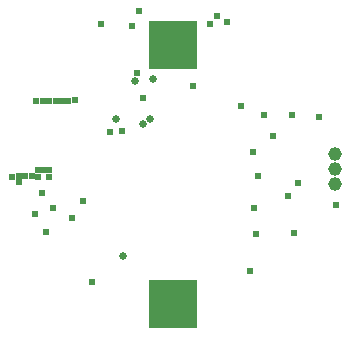
<source format=gbs>
G75*
G70*
%OFA0B0*%
%FSLAX24Y24*%
%IPPOS*%
%LPD*%
%AMOC8*
5,1,8,0,0,1.08239X$1,22.5*
%
%ADD10C,0.0454*%
%ADD11R,0.1635X0.1635*%
%ADD12C,0.0240*%
%ADD13C,0.0260*%
D10*
X011403Y005525D03*
X011403Y006025D03*
X011403Y006525D03*
D11*
X006017Y010183D03*
X006017Y001521D03*
D12*
X003328Y002261D03*
X001777Y003935D03*
X001427Y004529D03*
X002021Y004726D03*
X001647Y005222D03*
X001876Y005773D03*
X001876Y005994D03*
X001691Y005994D03*
X001513Y005994D03*
X001525Y005785D03*
X001301Y005789D03*
X001096Y005789D03*
X000891Y005793D03*
X000895Y005596D03*
X000647Y005785D03*
X002663Y004395D03*
X003002Y004966D03*
X003907Y007277D03*
X004328Y007289D03*
X005006Y008403D03*
X004820Y009222D03*
X006021Y010029D03*
X006679Y008809D03*
X008289Y008120D03*
X009041Y007844D03*
X009356Y007135D03*
X008667Y006616D03*
X008844Y005797D03*
X009856Y005124D03*
X010171Y005561D03*
X011462Y004824D03*
X010037Y003911D03*
X008789Y003876D03*
X008726Y004738D03*
X008580Y002643D03*
X010868Y007765D03*
X009998Y007844D03*
X007817Y010923D03*
X007490Y011120D03*
X007261Y010852D03*
X004880Y011301D03*
X004643Y010797D03*
X003616Y010864D03*
X002765Y008328D03*
X002521Y008317D03*
X002309Y008305D03*
X002100Y008301D03*
X001899Y008301D03*
X001679Y008301D03*
X001458Y008289D03*
D13*
X004105Y007705D03*
X005005Y007525D03*
X005245Y007705D03*
X005365Y009025D03*
X004765Y008965D03*
X004345Y003145D03*
M02*

</source>
